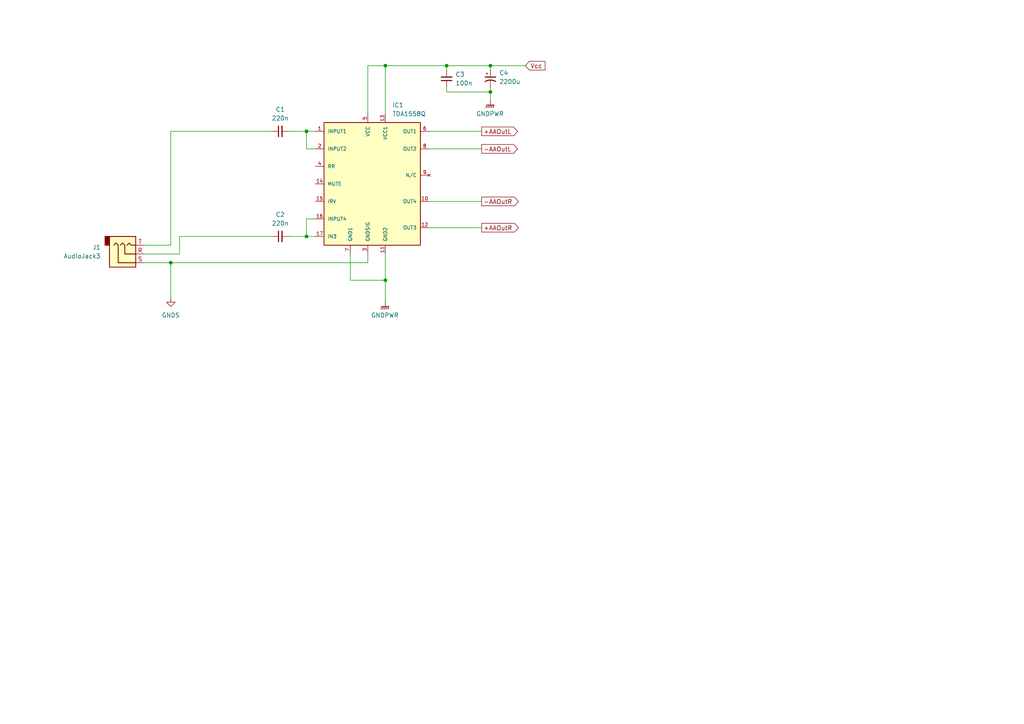
<source format=kicad_sch>
(kicad_sch (version 20231120) (generator "eeschema") (generator_version "8.0")
  (paper "A4")
  (lib_symbols
    (symbol "AudioSystemSymbolLibrary:TDA1558Q" (pin_names (offset 1.016))
      (property "Reference" "IC" (at -2.5415 2.5415 0))
      (property "Value" "TDA1558Q" (at -2.5439 7.6318 0))
      (symbol "TDA1558Q_0_0"
        (rectangle (start -12.7 -15.24) (end 15.24 20.32) (stroke (width 0.254)) (fill (type background)))
        (pin input line (at -15.24 17.78 0) (length 2.54) (name "INPUT1") (number "1"))
        (pin output line (at 17.78 -2.54 180) (length 2.54) (name "OUT4") (number "10"))
        (pin power_in line (at 5.08 -17.78 90) (length 2.54) (name "GND2") (number "11"))
        (pin output line (at 17.78 -10.16 180) (length 2.54) (name "OUT3") (number "12"))
        (pin power_in line (at 5.08 22.86 270) (length 2.54) (name "VCC1") (number "13"))
        (pin input line (at -15.24 2.54 0) (length 2.54) (name "MUTE") (number "14"))
        (pin bidirectional line (at -15.24 -2.54 0) (length 2.54) (name "IRV") (number "15"))
        (pin input line (at -15.24 -7.62 0) (length 2.54) (name "INPUT4") (number "16"))
        (pin input line (at -15.24 -12.7 0) (length 2.54) (name "IN3") (number "17"))
        (pin input line (at -15.24 12.7 0) (length 2.54) (name "INPUT2") (number "2"))
        (pin power_in line (at 0 -17.78 90) (length 2.54) (name "GNDSIG") (number "3"))
        (pin passive line (at -15.24 7.62 0) (length 2.54) (name "RR") (number "4"))
        (pin power_in line (at 0 22.86 270) (length 2.54) (name "VCC") (number "5"))
        (pin output line (at 17.78 17.78 180) (length 2.54) (name "OUT1") (number "6"))
        (pin power_in line (at -5.08 -17.78 90) (length 2.54) (name "GND1") (number "7"))
        (pin output line (at 17.78 12.7 180) (length 2.54) (name "OUT2") (number "8"))
        (pin no_connect line (at 17.78 5.08 180) (length 2.54) (name "N/C") (number "9"))
      )
    )
    (symbol "Connector_Audio:AudioJack3"
      (property "Reference" "J" (at 0 8.89 0))
      (property "Value" "AudioJack3" (at 0 6.35 0))
      (symbol "AudioJack3_0_1"
        (rectangle (start -5.08 -5.08) (end -6.35 -2.54) (stroke (width 0.254)) (fill (type outline)))
        (polyline (pts (xy 0 -2.54) (xy 0.635 -3.175) (xy 1.27 -2.54) (xy 2.54 -2.54)) (stroke (width 0.254)))
        (polyline (pts (xy -1.905 -2.54) (xy -1.27 -3.175) (xy -0.635 -2.54) (xy -0.635 0) (xy 2.54 0)) (stroke (width 0.254)))
        (polyline (pts (xy 2.54 2.54) (xy -2.54 2.54) (xy -2.54 -2.54) (xy -3.175 -3.175) (xy -3.81 -2.54)) (stroke (width 0.254)))
        (rectangle (start 2.54 3.81) (end -5.08 -5.08) (stroke (width 0.254)) (fill (type background)))
      )
      (symbol "AudioJack3_1_1"
        (pin passive line (at 5.08 0 180) (length 2.54) (name "~") (number "R"))
        (pin passive line (at 5.08 2.54 180) (length 2.54) (name "~") (number "S"))
        (pin passive line (at 5.08 -2.54 180) (length 2.54) (name "~") (number "T"))
      )
    )
    (symbol "Device:C_Polarized_Small_US" (pin_numbers hide) (pin_names (offset 0.254) hide)
      (property "Reference" "C" (at 0.254 1.778 0))
      (property "Value" "C_Polarized_Small_US" (at 0.254 -2.032 0))
      (symbol "C_Polarized_Small_US_0_1"
        (polyline (pts (xy -1.524 0.508) (xy 1.524 0.508)) (stroke (width 0.3048)))
        (polyline (pts (xy -1.27 1.524) (xy -0.762 1.524)))
        (polyline (pts (xy -1.016 1.27) (xy -1.016 1.778)))
        (arc (start 1.524 -0.762) (mid 0 -0.3734) (end -1.524 -0.762) (stroke (width 0.3048)))
      )
      (symbol "C_Polarized_Small_US_1_1"
        (pin passive line (at 0 2.54 270) (length 2.032) (name "~") (number "1"))
        (pin passive line (at 0 -2.54 90) (length 2.032) (name "~") (number "2"))
      )
    )
    (symbol "Device:C_Small" (pin_numbers hide) (pin_names (offset 0.254) hide)
      (property "Reference" "C" (at 0.254 1.778 0))
      (property "Value" "C_Small" (at 0.254 -2.032 0))
      (symbol "C_Small_0_1"
        (polyline (pts (xy -1.524 -0.508) (xy 1.524 -0.508)) (stroke (width 0.3302)))
        (polyline (pts (xy -1.524 0.508) (xy 1.524 0.508)) (stroke (width 0.3048)))
      )
      (symbol "C_Small_1_1"
        (pin passive line (at 0 2.54 270) (length 2.032) (name "~") (number "1"))
        (pin passive line (at 0 -2.54 90) (length 2.032) (name "~") (number "2"))
      )
    )
    (symbol "power:GNDPWR" (power) (pin_numbers hide) (pin_names (offset 0) hide)
      (property "Value" "GNDPWR" (at 0 -3.302 0))
      (symbol "GNDPWR_0_1"
        (polyline (pts (xy 0 -1.27) (xy 0 0)))
        (polyline (pts (xy -1.016 -1.27) (xy -1.27 -2.032) (xy -1.27 -2.032)) (stroke (width 0.2032)))
        (polyline (pts (xy -0.508 -1.27) (xy -0.762 -2.032) (xy -0.762 -2.032)) (stroke (width 0.2032)))
        (polyline (pts (xy 0 -1.27) (xy -0.254 -2.032) (xy -0.254 -2.032)) (stroke (width 0.2032)))
        (polyline (pts (xy 0.508 -1.27) (xy 0.254 -2.032) (xy 0.254 -2.032)) (stroke (width 0.2032)))
        (polyline (pts (xy 1.016 -1.27) (xy -1.016 -1.27) (xy -1.016 -1.27)) (stroke (width 0.2032)))
        (polyline (pts (xy 1.016 -1.27) (xy 0.762 -2.032) (xy 0.762 -2.032) (xy 0.762 -2.032)) (stroke (width 0.2032)))
      )
      (symbol "GNDPWR_1_1"
        (pin power_in line (at 0 0 270) (length 0) (name "~") (number "1"))
      )
    )
    (symbol "power:GNDS" (power) (pin_numbers hide) (pin_names (offset 0) hide)
      (property "Value" "GNDS" (at 0 -3.81 0))
      (symbol "GNDS_0_1"
        (polyline (pts (xy 0 0) (xy 0 -1.27) (xy 1.27 -1.27) (xy 0 -2.54) (xy -1.27 -1.27) (xy 0 -1.27)))
      )
      (symbol "GNDS_1_1"
        (pin power_in line (at 0 0 270) (length 0) (name "~") (number "1"))
      )
    )
  )
  (junction (at 49.53 76.2))
  (junction (at 111.76 19.05))
  (junction (at 88.9 38.1))
  (junction (at 111.76 81.28))
  (junction (at 142.24 19.05))
  (junction (at 129.54 19.05))
  (junction (at 88.9 68.58))
  (junction (at 142.24 26.67))
  (wire (pts (xy 49.53 38.1) (xy 78.74 38.1)))
  (wire (pts (xy 41.91 73.66) (xy 52.07 73.66)))
  (wire (pts (xy 142.24 19.05) (xy 152.4 19.05)))
  (wire (pts (xy 49.53 71.12) (xy 49.53 38.1)))
  (wire (pts (xy 52.07 68.58) (xy 78.74 68.58)))
  (wire (pts (xy 52.07 73.66) (xy 52.07 68.58)))
  (wire (pts (xy 129.54 25.4) (xy 129.54 26.67)))
  (wire (pts (xy 106.68 19.05) (xy 111.76 19.05)))
  (wire (pts (xy 106.68 33.02) (xy 106.68 19.05)))
  (wire (pts (xy 111.76 81.28) (xy 111.76 87.63)))
  (wire (pts (xy 124.46 66.04) (xy 139.7 66.04)))
  (wire (pts (xy 88.9 68.58) (xy 88.9 63.5)))
  (wire (pts (xy 101.6 73.66) (xy 101.6 81.28)))
  (wire (pts (xy 41.91 71.12) (xy 49.53 71.12)))
  (wire (pts (xy 88.9 68.58) (xy 91.44 68.58)))
  (wire (pts (xy 83.82 68.58) (xy 88.9 68.58)))
  (wire (pts (xy 101.6 81.28) (xy 111.76 81.28)))
  (wire (pts (xy 83.82 38.1) (xy 88.9 38.1)))
  (wire (pts (xy 88.9 43.18) (xy 91.44 43.18)))
  (wire (pts (xy 142.24 26.67) (xy 142.24 29.21)))
  (wire (pts (xy 88.9 38.1) (xy 88.9 43.18)))
  (wire (pts (xy 129.54 20.32) (xy 129.54 19.05)))
  (wire (pts (xy 142.24 20.32) (xy 142.24 19.05)))
  (wire (pts (xy 49.53 76.2) (xy 41.91 76.2)))
  (wire (pts (xy 111.76 19.05) (xy 111.76 33.02)))
  (wire (pts (xy 88.9 63.5) (xy 91.44 63.5)))
  (wire (pts (xy 88.9 38.1) (xy 91.44 38.1)))
  (wire (pts (xy 49.53 76.2) (xy 106.68 76.2)))
  (wire (pts (xy 124.46 38.1) (xy 139.7 38.1)))
  (wire (pts (xy 111.76 73.66) (xy 111.76 81.28)))
  (wire (pts (xy 111.76 19.05) (xy 129.54 19.05)))
  (wire (pts (xy 124.46 58.42) (xy 139.7 58.42)))
  (wire (pts (xy 129.54 19.05) (xy 142.24 19.05)))
  (wire (pts (xy 106.68 76.2) (xy 106.68 73.66)))
  (wire (pts (xy 142.24 25.4) (xy 142.24 26.67)))
  (wire (pts (xy 129.54 26.67) (xy 142.24 26.67)))
  (wire (pts (xy 49.53 76.2) (xy 49.53 86.36)))
  (wire (pts (xy 124.46 43.18) (xy 139.7 43.18)))
  (global_label "-AAOutR" (shape output) (at 139.7 58.42 0) (property "Intersheetrefs" "${INTERSHEET_REFS}" (effects (hide yes))))
  (global_label "-AAOutL" (shape output) (at 139.7 43.18 0) (property "Intersheetrefs" "${INTERSHEET_REFS}" (effects (hide yes))))
  (global_label "+AAOutR" (shape output) (at 139.7 66.04 0) (property "Intersheetrefs" "${INTERSHEET_REFS}" (effects (hide yes))))
  (global_label "Vcc" (shape input) (at 152.4 19.05 0) (property "Intersheetrefs" "${INTERSHEET_REFS}" (effects (hide yes))))
  (global_label "+AAOutL" (shape output) (at 139.7 38.1 0) (property "Intersheetrefs" "${INTERSHEET_REFS}" (effects (hide yes))))
  (symbol (lib_id "power:GNDPWR") (at 111.76 87.63 0) (unit 1)
    (property "Reference" "#PWR02" (effects (hide yes)))
    (property "Value" "GNDPWR" (at 111.633 91.44 0))
    (property "Description" "Power symbol creates a global label with name \"GNDPWR\" , global ground" (effects (hide yes)))
  )
  (symbol (lib_id "Connector_Audio:AudioJack3") (at 36.83 73.66 0) (mirror x) (unit 1)
    (property "Reference" "J1" (at 29.21 71.7549 0) (effects (justify right)))
    (property "Value" "AudioJack3" (at 29.21 74.2949 0) (effects (justify right)))
    (property "Description" "Audio Jack, 3 Poles (Stereo / TRS)" (effects (hide yes)))
  )
  (symbol (lib_id "Device:C_Small") (at 129.54 22.86 180) (unit 1)
    (property "Reference" "C3" (at 132.08 21.5835 0) (effects (justify right)))
    (property "Value" "100n" (at 132.08 24.1235 0) (effects (justify right)))
    (property "Description" "Unpolarized capacitor, small symbol" (effects (hide yes)))
  )
  (symbol (lib_id "Device:C_Polarized_Small_US") (at 142.24 22.86 0) (unit 1)
    (property "Reference" "C4" (at 144.78 21.1581 0) (effects (justify left)))
    (property "Value" "2200u" (at 144.78 23.6981 0) (effects (justify left)))
    (property "Description" "Polarized capacitor, small US symbol" (effects (hide yes)))
  )
  (symbol (lib_id "power:GNDPWR") (at 142.24 29.21 0) (unit 1)
    (property "Reference" "#PWR01" (effects (hide yes)))
    (property "Value" "GNDPWR" (at 142.113 33.02 0))
    (property "Description" "Power symbol creates a global label with name \"GNDPWR\" , global ground" (effects (hide yes)))
  )
  (symbol (lib_id "AudioSystemSymbolLibrary:TDA1558Q") (at 106.68 55.88 0) (unit 1)
    (property "Reference" "IC1" (at 113.7794 30.48 0) (effects (justify left)))
    (property "Value" "TDA1558Q" (at 113.7794 33.02 0) (effects (justify left)))
    (property "Footprint" "AudioSystemFootprintLibrary:TDA1558Q" (effects (hide yes)))
    (property "MF" "NXP USA" (effects (hide yes)))
    (property "Description_1" "\n                        \n                            Power audio amplifier, TDA1558Q 4x11W\n                        \n" (effects (hide yes)))
    (property "Package" "SIP-17 NXP USA Inc." (effects (hide yes)))
    (property "Price" "None" (effects (hide yes)))
    (property "SnapEDA_Link" "https://www.snapeda.com/parts/TDA1558Q/NXP+USA+Inc./view-part/?ref=snap" (effects (hide yes)))
    (property "MP" "TDA1558Q" (effects (hide yes)))
    (property "Availability" "In Stock" (effects (hide yes)))
    (property "Check_prices" "https://www.snapeda.com/parts/TDA1558Q/NXP+USA+Inc./view-part/?ref=eda" (effects (hide yes)))
  )
  (symbol (lib_id "Device:C_Small") (at 81.28 68.58 90) (unit 1)
    (property "Reference" "C2" (at 81.2863 62.23 90))
    (property "Value" "220n" (at 81.2863 64.77 90))
    (property "Description" "Unpolarized capacitor, small symbol" (effects (hide yes)))
  )
  (symbol (lib_id "Device:C_Small") (at 81.28 38.1 90) (unit 1)
    (property "Reference" "C1" (at 81.2863 31.75 90))
    (property "Value" "220n" (at 81.2863 34.29 90))
    (property "Description" "Unpolarized capacitor, small symbol" (effects (hide yes)))
  )
  (symbol (lib_id "power:GNDS") (at 49.53 86.36 0) (unit 1)
    (property "Reference" "#PWR03" (effects (hide yes)))
    (property "Value" "GNDS" (at 49.53 91.44 0))
    (property "Description" "Power symbol creates a global label with name \"GNDS\" , signal ground" (effects (hide yes)))
  )
)
</source>
